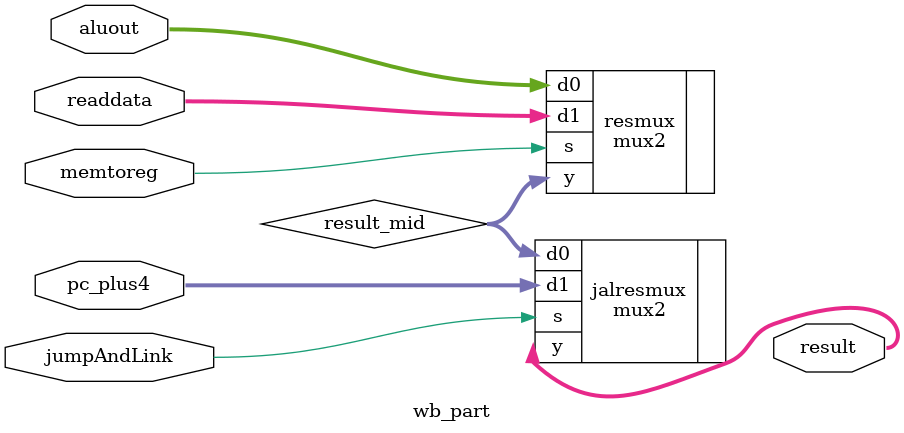
<source format=v>
`timescale 1ns/1ps
`define mydelay 1


// single-cycle MIPS processor
module mips(input         clk, reset,
            output [31:0] pc,
            input  [31:0] instr,
            output        memwrite,
            output [31:0] memaddr,
            output [31:0] memwritedata,
            input  [31:0] memreaddata);
  
// ###### Jinseok Park: Start #######
  wire [3:0]  alucontrol_id, alucontrol_ex;
  

   wire [31:0] pc_plus4_if, pc_plus4_id, pc_plus4_ex, pc_plus4_mem, pc_plus4_wb;
   wire [31:0] instr_if, instr_id, instr_ex;
   wire [4:0] rt_id, rt_ex;
   wire [4:0] rd_id, rd_ex;
   wire [4:0] rs_id, rs_ex;
   wire [4:0] writereg_ex, writereg_mem, writereg_wb;
   wire [31:0] write_data_ex, write_data_mem;
   wire [31:0] pc_next;							 //next pc
   wire [31:0] readreg_1_id, readreg_1_ex; //read data from register(rs)
   wire [31:0] readreg_2_id, readreg_2_ex; //read data from register(rt)
   wire [31:0] signimm_id, signimm_ex;
   wire [31:0] aluout_ex, aluout_mem, aluout_wb;//aluout
   wire [31:0] memread_mem, memread_wb;         //data that read form mem
	wire [31:0] result_wb;								//what to write in reg
   wire aluzero_ex, aluzero_mem;
	wire flush_pc_move, flush_ifid;
	
	//foward	mux signal
	wire [1:0] foward_rs, foward_rt;
  
  
  // ###### Jinseok Park: (Milestone 5)Start #######
   //control signals
   wire shiftl16_id, shiftl16_ex;    //EX
   wire regdst_id,regdst_ex;         //EX
   wire [1:0] aluop_id, aluop_ex;    //EX
   wire alusrc_id, alusrc_ex;        //EX
   wire branch_id, branch_ex;       //EX
   wire branchN_id, branchN_ex;      //EX
   wire jump_id, jump_ex;         //EX
   wire memwrite_id, memwrite_ex, memwrite_mem; //MEM
   wire jumpAndLink_id, jumpAndLink_ex, jumpAndLink_mem, jumpAndLink_wb;   //WB
   wire regwrite_id, regwrite_ex, regwrite_mem, regwrite_wb; 					//WB
   wire memtoreg_id, memtoreg_ex, memtoreg_mem, memtoreg_wb;               //WB
  
   //assign input and output
   assign instr_if = instr;
   assign memread_mem = memreaddata;
   assign memwrite = memwrite_mem;
   assign memaddr = aluout_mem;
   assign memwritedata = write_data_mem;
	
	//data hazard and control hazard
	wire flush_idex_or_reset;
	wire flush_idex;
	wire enable_pc, enable_ifid;
	assign flush_idex_or_reset = flush_pc_move | flush_idex | reset;
	
	//control hazard
	assign flush_ifid = flush_pc_move | reset;
  
   //-- IF part --//
	if_part if_part(
		.clk        (clk),
		.reset      (reset),
		.enable     (enable_pc), // For load-use stall
		.pc_next     (pc_next),
		.pc         (pc),
		.pc_plus4    (pc_plus4_if));
		
	//-- IF/ID Flipflop --//
	ppline_ifid ff_ifid(
		.clk       (clk),
		.reset     (flush_ifid),
		.enable    (enable_ifid), // For load-use stall
		.pc_plus4_d (pc_plus4_if),
		.instr_d   (instr_if),
		.pc_plus4   (pc_plus4_id),
		.instr     (instr_id));
		
	//-- ID part --//
	id_part id_part(
		.clk          (clk),
		.instr        (instr_id),
		.writereg     (writereg_wb), // from WB
		.result       (result_wb),
		.pc_plus4     (pc_plus4_id),
		.readreg_1    (readreg_1_id),
		.readreg_2    (readreg_2_id),
		.signimm      (signimm_id),
		.rs			  (rs_id),
		.rt			  (rt_id),
		.rd			  (rd_id),
		.shiftl16     (shiftl16_id),  // EX
		.regdst       (regdst_id),    // EX
		.alusrc       (alusrc_id),    // EX
		.branch       (branch_id),
		.branchN     (branchN_id),
		.jump         (jump_id),
		.memwrite     (memwrite_id),
		.jumpAndLink     (jumpAndLink_id),  // WB
		.memtoreg     (memtoreg_id),  // WB
		.regwrite (regwrite_id),  // WB
		.alucontrol   (alucontrol_id),
		.regwrite_wb  (regwrite_wb)   // from WB
		);
		
	//-- flowcheck. is pc branch or jump? (control hazard) --//
	flowcheck flowcheck(
		.alucontrol	  (alucontrol_ex),
		.branch		  (branch_ex),
		.branchN      (branchN_ex),
		.jump         (jump_ex),
		.aluzero			  (aluzero_ex),
		.flush		  (flush_pc_move)
		);
		
	//-- ID/EX Flipflop --//
   ppline_idex ff_idex(
		.clk          (clk),
		.reset        (flush_idex_or_reset),
		.pc_plus4_d    (pc_plus4_id),
		.rd1_d        (readreg_1_id),
		.rd2_d        (readreg_2_id),
		.immex_d      (signimm_id),
		.instr_d      (instr_id),
		.rs_d			  (rs_id),
		.rt_d			  (rt_id),
		.rd_d			  (rd_id),
		.shiftl16_d   (shiftl16_id),  // EX
		.regdst_d     (regdst_id),    // EX
		.alucontrol_d      (alucontrol_id),     // EX
		.alusrc_d     (alusrc_id),    // EX
		.branch_d		  (branch_id), // EX
		.branchN_d		  (branchN_id), // EX
		.jump_d			  (jump_id), // EX
		.memwrite_d   (memwrite_id),
		.jumpAndLink_d   (jumpAndLink_id),  // WB
		.memtoreg_d   (memtoreg_id),  // WB
		.regwrite_d   (regwrite_id),  // WB
		.pc_plus4      (pc_plus4_ex),
		.rd1          (readreg_1_ex),
		.rd2          (readreg_2_ex),
		.immex        (signimm_ex),
		.instr        (instr_ex),
		.rs			  (rs_ex),
		.rt			  (rt_ex),
		.rd			  (rd_ex),
		.shiftl16     (shiftl16_ex),  // EX
		.regdst       (regdst_ex),    // EX
		.alucontrol   (alucontrol_ex),     // EX
		.alusrc       (alusrc_ex),    // EX
		.branch		  (branch_ex), // EX
		.branchN		  (branchN_ex), // EX
		.jump			  (jump_ex), // EX
		.memwrite     (memwrite_ex),
		.jumpAndLink     (jumpAndLink_ex),  // WB
		.regwrite     (regwrite_ex),  // WB
		.memtoreg     (memtoreg_ex));  // WB
		
		
	//-- EX part --//
	ex_part ex_part(
		.instr			(instr_ex),
		.readreg_1     (readreg_1_ex),
		.readreg_2     (readreg_2_ex),
		.foward_mem 	(aluout_mem),
		.foward_wd     (result_wb),
		.foward_rs     (foward_rs),
		.foward_rt     (foward_rt),
		.signimm       (signimm_ex),
		.pc_plus4		(pc_plus4_ex),
		.compare_pc_plus4 (pc_plus4_if),
		.rt  			   (rt_ex),
		.rd  			   (rd_ex),
		.shiftl16      (shiftl16_ex),  // EX
		.regdst        (regdst_ex),    // EX
		.alucontrol    (alucontrol_ex),     // EX
		.alusrc        (alusrc_ex),    // EX
		.branch			(branch_ex),   // EX
		.branchN			(branchN_ex),  // EX
		.jump				(jump_ex),  // EX
		.jumpAndLink      (jumpAndLink_ex),  // WB
		.aluzero       (aluzero_ex),
		.aluout        (aluout_ex),
		.pc_next			(pc_next),
		.writereg      (writereg_ex),
		.write_data		(write_data_ex)
		);				
	// ###### Jinseok Park: (Milestone 5)End #######
	
	
	//-- EX/MEM Flipflop --//
	ppline_exmem ff_exmem(
		.clk            (clk),
		.reset          (reset),
		.pc_plus4_d   	(pc_plus4_ex),
		.aluzero_d      (aluzero_ex),
		.aluout_d       (aluout_ex),
		.write_data_d          (write_data_ex),
		.writereg_d (writereg_ex),
		.memwrite_d     (memwrite_ex),
		.jumpAndLink_d  (jumpAndLink_ex),   // WB
		.regwrite_d     (regwrite_ex),  // WB
		.memtoreg_d     (memtoreg_ex),   // WB
		.pc_plus4        (pc_plus4_mem),
		.aluzero        (aluzero_mem),
		.aluout         (aluout_mem),
		.write_data            (write_data_mem),
		.writereg   (writereg_mem),   
		.memwrite       (memwrite_mem),   // MEM - Go out of module and go to mem
		.jumpAndLink    (jumpAndLink_mem),   // WB
		.regwrite       (regwrite_mem),   // WB
		.memtoreg       (memtoreg_mem)    // WB
		);		
		
	//-- MEM/WB Flipflop --//
	ppline_memwb ff_memwb(
		.clk            (clk),
		.reset          (reset),
		.pc_plus4_d      (pc_plus4_mem),
		.readdata_d     (memread_mem),
		.aluout_d       (aluout_mem),
		.writereg_d     (writereg_mem),
		.jumpAndLink_d  (jumpAndLink_mem),   // WB
		.regwrite_d     (regwrite_mem),   // WB
		.memtoreg_d     (memtoreg_mem),   // WB
		.pc_plus4        (pc_plus4_wb),
		.readdata       (memread_wb),
		.aluout         (aluout_wb),
		.writereg       (writereg_wb),
		.jumpAndLink       (jumpAndLink_wb),   // WB
		.regwrite       (regwrite_wb),   // WB - go to RegFile
		.memtoreg       (memtoreg_wb)   // WB
		);
		
		
	//-- WB part --//
	wb_part wb_part(
		.pc_plus4   (pc_plus4_wb),
		.aluout    (aluout_wb),
		.readdata  (memread_wb),
		.jumpAndLink  (jumpAndLink_wb), // WB
		.memtoreg  (memtoreg_wb), // WB
		.result    (result_wb));
		
	//-- fowarding unit --//
	forwarding forwarding(
		.regwrite_wb	(regwrite_wb),
		.regwrite_mem	(regwrite_mem),
		.rs				(rs_ex),
		.rt				(rt_ex),
		.writereg_mem	(writereg_mem),
		.writereg_wb	(writereg_wb),
		.foward_rs		(foward_rs),
		.foward_rt		(foward_rt));
		
	
	//-- hazard detection --//
	hazard_detect hazard_detect(
		.op_ex			(instr_ex[31:26]),
		.load_reg		(rt_ex),
		.rs_id			(rs_id),
		.rt_id			(rt_id),
		.enable_pc		(enable_pc),
		.enable_ifid	(enable_ifid),
		.flush_idex		(flush_idex));

endmodule

// ###### Jinseok Park: End #######

module maindec(input  [5:0] op,
               output       signext,
               output       shiftl16,
               output       memtoreg, memwrite,
               output       branch, alusrc, branchN,
               output       regdst, regwrite,
               output       jump, jumpAndLink,
               output [1:0] aluop);

  reg [12:0] controls;

  assign {signext, shiftl16, regwrite, regdst, alusrc, branch, memwrite,
          memtoreg, jump, aluop, branchN, jumpAndLink} = controls;

  always @(*)
    case(op)
      6'b000000: controls <= #`mydelay 13'b0011000001100; // Rtype
      6'b100011: controls <= #`mydelay 13'b1010100100000; // LW
      6'b101011: controls <= #`mydelay 13'b1000101000000; // SW
      6'b000100: controls <= #`mydelay 13'b1000010000100; // BEQ
      6'b001000, 
      6'b001001: controls <= #`mydelay 13'b1010100000000; // ADDI, ADDIU: only difference is exception
      6'b001101: controls <= #`mydelay 13'b0010100001000; // ORI
      6'b001111: controls <= #`mydelay 13'b0110100000000; // LUI
      6'b000010: controls <= #`mydelay 13'b0000000010000; // J
		6'b000101: controls <= #`mydelay 13'b1000010000110; // BNE   added
		6'b000011: controls <= #`mydelay 13'b0010000010001; // JAL   added
      default:   controls <= #`mydelay 13'b0000000000000; // ???
    endcase

endmodule

module aludec(input      [5:0] funct,
              input      [1:0] aluop,
              output reg [3:0] alucontrol,
				  output reg disregwrite);

  always @(*) begin
    case(aluop)
      2'b00: alucontrol <= #`mydelay 4'b0010;  // add
      2'b01: alucontrol <= #`mydelay 4'b0110;  // sub
      2'b10: alucontrol <= #`mydelay 4'b0001;  // or
      default: case(funct)          // RTYPE
		    6'b001000: alucontrol <= #`mydelay 4'b1010; // JR  need addition with rs and $zero
          6'b100000,
          6'b100001: alucontrol <= #`mydelay 4'b0010; // ADD, ADDU: only difference is exception
          6'b100010,
          6'b100011: alucontrol <= #`mydelay 4'b0110; // SUB, SUBU: only difference is exception
          6'b100100: alucontrol <= #`mydelay 4'b0000; // AND
          6'b100101: alucontrol <= #`mydelay 4'b0001; // OR
          6'b101010: alucontrol <= #`mydelay 4'b0111; // SLT
			 6'b101011: alucontrol <= #`mydelay 4'b1111; // SLTU
          default:   alucontrol <= #`mydelay 4'b0000; // ???
        endcase
    endcase	 
	 if (aluop == 2'b11 && funct == 6'b001000) begin
	     disregwrite <= #`mydelay 1'b0;     // if JR do not write reg
	 end
	 else begin
	     disregwrite <= #`mydelay 1'b1;     // else write reg
	 end
  end    
endmodule

// ###### Jinseok Park: (act parts)Start #######
module if_part(input			clk, reset,
					input			  enable,
					input	 [31:0] pc_next,
					output [31:0] pc,
					output [31:0] pc_plus4);
					
	//next pc
	flopenr #(32) pcreg(
		.clk	 (clk),
		.reset (reset),
		.en	 (enable),
		.d		 (pc_next),
		.q		 (pc));
		
	//pc + 4
	adder pcadd_4(
		.a (pc),
		.b (32'b100),
		.y (pc_plus4));

endmodule

// ###### Jinseok Park: (Milestone 5 part)Start #######
module id_part(input			clk,
					input	[31:0]  instr,
					input [4:0]	  writereg,
					input [31:0]  result,
					input [31:0]  pc_plus4,
					output [31:0] readreg_1,
					output [31:0] readreg_2,
					output [31:0] signimm,
					output [4:0]  rs,
					output [4:0]  rd,
					output [4:0]  rt,
					output		  shiftl16,     //EX, control signals
					output		  regdst,       //EX
					output		  alusrc,
					output        branch,
					output        branchN,
					output        jump,
					output        memwrite,     //MEM
					output        jumpAndLink,	 //WB
					output        memtoreg,     //WB
					output        regwrite, //WB
					output [3:0]  alucontrol,
					input         regwrite_wb	 //from WB
					);
    wire 		 signext;
	 wire        regwrite_mid;
	 wire        disregwrite;
	 wire [31:0] readreg_1_mid, readreg_2_mid;
	 wire [1:0]	 aluop;
	 
	 assign rs = instr[25:21];
	 assign rt = instr[20:16];
	 assign rd = instr[15:11];
	 
    regfile rf(
		.clk     (clk),
		.we      (regwrite_wb),
		.ra1     (rs),   //rs
		.ra2     (rt),   //rt
		.wa      (writereg),
		.wd      (result),
		.rd1     (readreg_1_mid),
		.rd2     (readreg_2_mid));
		
	rf_readwrite_time rd1(
		.writereg	(writereg),
		.readreg		(rs),
		.result		(result),
		.read			(readreg_1_mid),
		.realread	(readreg_1));
		
	rf_readwrite_time rd2(
		.writereg	(writereg),
		.readreg		(rt),
		.result		(result),
		.read			(readreg_2_mid),
		.realread	(readreg_2));
		
    sign_zero_ext sze(
		.a       (instr[15:0]),
		.signext (signext),
		.y       (signimm[31:0]));
		
    maindec md(
		.op       (instr[31:26]),
		.signext  (signext),
		.shiftl16 (shiftl16),
		.memtoreg (memtoreg),
		.memwrite (memwrite),
		.branch   (branch),
		.branchN  (branchN),
		.alusrc   (alusrc),
		.regdst   (regdst),
		.regwrite (regwrite_mid),
		.jump     (jump),
		.jumpAndLink (jumpAndLink),
		.aluop    (aluop));
		
	aludec ad(
		.funct       (instr[5:0]),
		.aluop       (aluop), 
		.alucontrol  (alucontrol),
		.disregwrite (disregwrite));
		
		assign regwrite = disregwrite & regwrite_mid;

endmodule


module ex_part(input	[31:0]  instr,
					input [31:0]  readreg_1,
					input [31:0]  readreg_2,
					input [31:0]  foward_mem,
					input [31:0]  foward_wd,
					input [1:0]	  foward_rs,
					input [1:0]	  foward_rt,
					input [31:0]  signimm,
					input [31:0]  pc_plus4,
					input [31:0]  compare_pc_plus4,
					input [4:0]   rt,
					input [4:0]   rd,
					input			  shiftl16,
					input			  regdst,
					input [3:0]   alucontrol,
					input         alusrc,
					input         branch,
					input         branchN,
					input         jump,
					input         jumpAndLink,
					output        aluzero,
					output [31:0] aluout,
					output [31:0] pc_next,
					output [4:0]  writereg,
					output [31:0] write_data
					);
					
	  wire [31:0] signimmsh2, signimmsh16;
	  wire [31:0] pc_branch;
	  wire [31:0] pc_next_jr, pc_next_mid;
	  wire [31:0] aluin1, aluin2, aluin2_mid;
	  wire [4:0]  writereg_mid;
	  wire        pcsrc;
	  
	  assign write_data = aluin2_mid;
	  
	  shift_left_16 sl16(
		.a         (signimm[31:0]),
		.shiftl16  (shiftl16),
		.y         (signimmsh16[31:0]));
		
	  //foward rs
	  mux4 #(32) is_foward_rs(
		.d0 (readreg_1),
		.d1 (foward_mem),
		.d2 (foward_wd),
		.d3 (32'b0),
		.s	 (foward_rs),
		.y  (aluin1));
		
		//foward rt
		mux4 #(32) is_foward_rt(
		.d0 (readreg_2),
		.d1 (foward_mem),
		.d2 (foward_wd),
		.d3 (32'b0),
		.s	 (foward_rt),
		.y  (aluin2_mid));
		
	  // imm or rt?
	  mux2 #(32) aluin2_mux(
		.d0 (aluin2_mid),
		.d1 (signimmsh16[31:0]),
		.s  (alusrc),
		.y  (aluin2));
		
	  alu alu(
		.a       (aluin1),
		.b       (aluin2),
		.alucont (alucontrol),
		.result  (aluout),
		.zero    (aluzero));
		
	  //deciding which register to write
	  mux2 #(5) wrdst_reg_mux(  // op r1 r2 (r3,imm)
		.d0  (rt), // rt
		.d1  (rd), // rd
		.s   (regdst),       // signal : R=1, I=0(='R)
		.y   (writereg_mid));
		
	assign pcsrc = branchN ? (branch & !aluzero) : (branch & aluzero);
	
	sl2 immshift(
		.a (signimm),
		.y (signimmsh2));
		
	adder pcadd_signimm(
		.a (pc_plus4),
		.b (signimmsh2),
		.y (pc_branch));
	 
	mux2 #(32) pcbrmux(
		.d0  (compare_pc_plus4),
		.d1  (pc_branch),
		.s   (pcsrc),
		.y   (pc_next_mid));
		
	//for jr
	jrmux jrpcmux(
		.d0       (pc_next_mid),
		.d1       (aluin1),
		.alucontrol (alucontrol),
		.y       (pc_next_jr));
		
    // for jump
    mux2 #(32) pcmux(
		.d0   (pc_next_jr),
		.d1   ({pc_plus4[31:28], instr[25:0], 2'b00}),
		.s    (jump),
		.y    (pc_next));
		
	  //for jal
	  mux2 #(5) wrdst_jal_mux(
		.d0  (writereg_mid),
		.d1  (5'b11111), // $ra
		.s   (jumpAndLink),
		.y   (writereg));
	  
endmodule
// ###### Jinseok Park: (Milestone 5 part)End #######


module wb_part(input  [31:0] pc_plus4,
					input  [31:0] aluout,
					input  [31:0] readdata,
					input         jumpAndLink,
					input         memtoreg,
					output [31:0] result);
					
    wire [31:0] result_mid;
	 
	 mux2 #(32) resmux(
		.d0 (aluout),
		.d1 (readdata),
		.s  (memtoreg),
		.y  (result_mid));
		
    mux2 #(32) jalresmux(
		.d0 (result_mid),
		.d1 (pc_plus4),
		.s  (jumpAndLink),
		.y  (result));
endmodule
// ###### Jinseok Park: End #######

</source>
